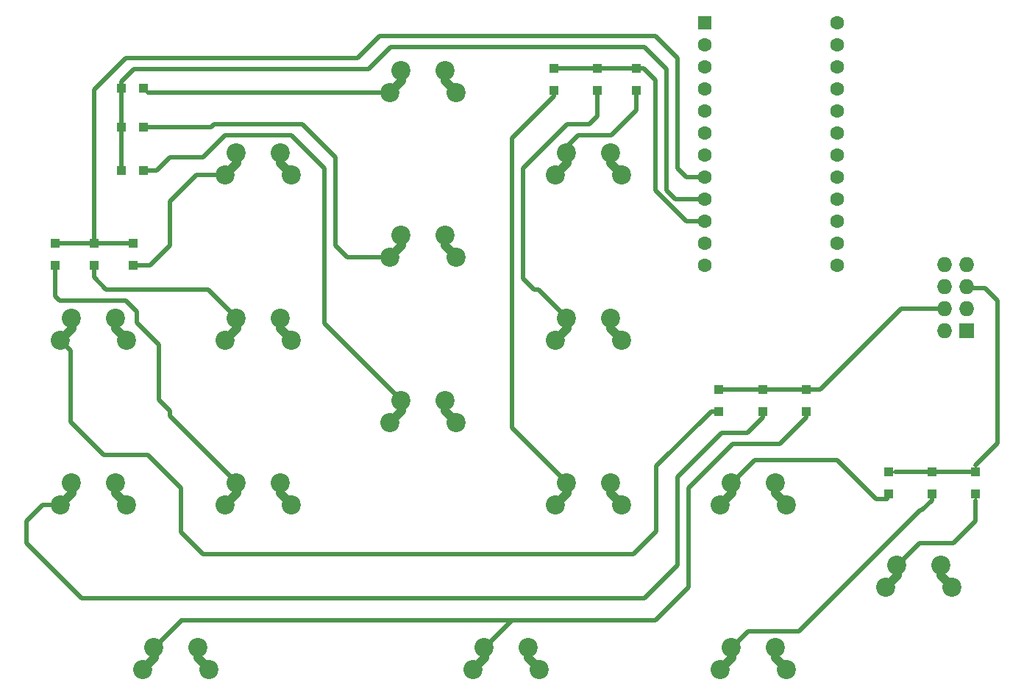
<source format=gbr>
G04 #@! TF.GenerationSoftware,KiCad,Pcbnew,(5.0.0)*
G04 #@! TF.CreationDate,2018-08-07T19:49:38+02:00*
G04 #@! TF.ProjectId,Palantype,50616C616E747970652E6B696361645F,rev?*
G04 #@! TF.SameCoordinates,Original*
G04 #@! TF.FileFunction,Copper,L2,Bot,Signal*
G04 #@! TF.FilePolarity,Positive*
%FSLAX46Y46*%
G04 Gerber Fmt 4.6, Leading zero omitted, Abs format (unit mm)*
G04 Created by KiCad (PCBNEW (5.0.0)) date 08/07/18 19:49:38*
%MOMM*%
%LPD*%
G01*
G04 APERTURE LIST*
G04 #@! TA.AperFunction,ComponentPad*
%ADD10C,2.200000*%
G04 #@! TD*
G04 #@! TA.AperFunction,SMDPad,CuDef*
%ADD11R,1.000000X1.000000*%
G04 #@! TD*
G04 #@! TA.AperFunction,ComponentPad*
%ADD12O,1.727200X1.727200*%
G04 #@! TD*
G04 #@! TA.AperFunction,ComponentPad*
%ADD13R,1.727200X1.727200*%
G04 #@! TD*
G04 #@! TA.AperFunction,ComponentPad*
%ADD14R,1.600000X1.600000*%
G04 #@! TD*
G04 #@! TA.AperFunction,ComponentPad*
%ADD15C,1.600000*%
G04 #@! TD*
G04 #@! TA.AperFunction,Conductor*
%ADD16C,0.500000*%
G04 #@! TD*
G04 #@! TA.AperFunction,Conductor*
%ADD17C,1.000000*%
G04 #@! TD*
G04 #@! TA.AperFunction,Conductor*
%ADD18C,0.250000*%
G04 #@! TD*
G04 APERTURE END LIST*
D10*
G04 #@! TO.P,SW24,1*
G04 #@! TO.N,Net-(D25-Pad2)*
X131920000Y-101000000D03*
G04 #@! TO.P,SW24,2*
G04 #@! TO.N,/Row_3*
X138270000Y-103540000D03*
G04 #@! TD*
D11*
G04 #@! TO.P,D2,2*
G04 #@! TO.N,Net-(D2-Pad2)*
X63058271Y-75938257D03*
G04 #@! TO.P,D2,1*
G04 #@! TO.N,/Column_2*
X63058271Y-73438257D03*
G04 #@! TD*
G04 #@! TO.P,D4,1*
G04 #@! TO.N,/Column_2*
X58558271Y-73438257D03*
G04 #@! TO.P,D4,2*
G04 #@! TO.N,Net-(D4-Pad2)*
X58558271Y-75938257D03*
G04 #@! TD*
G04 #@! TO.P,D6,2*
G04 #@! TO.N,Net-(D6-Pad2)*
X54058271Y-75938257D03*
G04 #@! TO.P,D6,1*
G04 #@! TO.N,/Column_2*
X54058271Y-73438257D03*
G04 #@! TD*
G04 #@! TO.P,D7,1*
G04 #@! TO.N,/Column_3*
X61750000Y-55500000D03*
G04 #@! TO.P,D7,2*
G04 #@! TO.N,Net-(D7-Pad2)*
X64250000Y-55500000D03*
G04 #@! TD*
G04 #@! TO.P,D9,2*
G04 #@! TO.N,Net-(D9-Pad2)*
X64250000Y-60000000D03*
G04 #@! TO.P,D9,1*
G04 #@! TO.N,/Column_3*
X61750000Y-60000000D03*
G04 #@! TD*
G04 #@! TO.P,D11,1*
G04 #@! TO.N,/Column_3*
X61750000Y-65000000D03*
G04 #@! TO.P,D11,2*
G04 #@! TO.N,Net-(D11-Pad2)*
X64250000Y-65000000D03*
G04 #@! TD*
G04 #@! TO.P,D13,2*
G04 #@! TO.N,Net-(D13-Pad2)*
X121000000Y-55750000D03*
G04 #@! TO.P,D13,1*
G04 #@! TO.N,/Column_4*
X121000000Y-53250000D03*
G04 #@! TD*
G04 #@! TO.P,D15,1*
G04 #@! TO.N,/Column_4*
X116500000Y-53250000D03*
G04 #@! TO.P,D15,2*
G04 #@! TO.N,Net-(D15-Pad2)*
X116500000Y-55750000D03*
G04 #@! TD*
G04 #@! TO.P,D17,1*
G04 #@! TO.N,/Column_4*
X111500000Y-53250000D03*
G04 #@! TO.P,D17,2*
G04 #@! TO.N,Net-(D17-Pad2)*
X111500000Y-55750000D03*
G04 #@! TD*
G04 #@! TO.P,D22,2*
G04 #@! TO.N,Net-(D22-Pad2)*
X135500000Y-92750000D03*
G04 #@! TO.P,D22,1*
G04 #@! TO.N,/Column_1*
X135500000Y-90250000D03*
G04 #@! TD*
G04 #@! TO.P,D24,1*
G04 #@! TO.N,/Column_1*
X140500000Y-90250000D03*
G04 #@! TO.P,D24,2*
G04 #@! TO.N,Net-(D24-Pad2)*
X140500000Y-92750000D03*
G04 #@! TD*
G04 #@! TO.P,D25,2*
G04 #@! TO.N,Net-(D25-Pad2)*
X150000000Y-102250000D03*
G04 #@! TO.P,D25,1*
G04 #@! TO.N,/Column_5*
X150000000Y-99750000D03*
G04 #@! TD*
G04 #@! TO.P,D27,1*
G04 #@! TO.N,/Column_5*
X155000000Y-99750000D03*
G04 #@! TO.P,D27,2*
G04 #@! TO.N,Net-(D27-Pad2)*
X155000000Y-102250000D03*
G04 #@! TD*
G04 #@! TO.P,D29,2*
G04 #@! TO.N,Net-(D29-Pad2)*
X160000000Y-102250000D03*
G04 #@! TO.P,D29,1*
G04 #@! TO.N,/Column_5*
X160000000Y-99750000D03*
G04 #@! TD*
D12*
G04 #@! TO.P,J1,8*
G04 #@! TO.N,/Row_4*
X156460000Y-75880000D03*
G04 #@! TO.P,J1,7*
G04 #@! TO.N,/Row_5*
X159000000Y-75880000D03*
G04 #@! TO.P,J1,6*
G04 #@! TO.N,/Row_6*
X156460000Y-78420000D03*
G04 #@! TO.P,J1,5*
G04 #@! TO.N,/Column_5*
X159000000Y-78420000D03*
G04 #@! TO.P,J1,4*
G04 #@! TO.N,/Column_1*
X156460000Y-80960000D03*
G04 #@! TO.P,J1,3*
G04 #@! TO.N,/Column_4*
X159000000Y-80960000D03*
G04 #@! TO.P,J1,2*
G04 #@! TO.N,/Column_3*
X156460000Y-83500000D03*
D13*
G04 #@! TO.P,J1,1*
G04 #@! TO.N,/Column_2*
X159000000Y-83500000D03*
G04 #@! TD*
D10*
G04 #@! TO.P,SW1,2*
G04 #@! TO.N,Net-(D7-Pad2)*
X92650000Y-56040000D03*
G04 #@! TO.P,SW1,1*
G04 #@! TO.N,/Row_3*
X99000000Y-53500000D03*
G04 #@! TD*
G04 #@! TO.P,SW2,1*
G04 #@! TO.N,Net-(D7-Pad2)*
X93920000Y-53500000D03*
G04 #@! TO.P,SW2,2*
G04 #@! TO.N,/Row_3*
X100270000Y-56040000D03*
G04 #@! TD*
G04 #@! TO.P,SW3,1*
G04 #@! TO.N,/Row_3*
X80000000Y-63000000D03*
G04 #@! TO.P,SW3,2*
G04 #@! TO.N,Net-(D2-Pad2)*
X73650000Y-65540000D03*
G04 #@! TD*
G04 #@! TO.P,SW4,2*
G04 #@! TO.N,Net-(D13-Pad2)*
X111650000Y-65540000D03*
G04 #@! TO.P,SW4,1*
G04 #@! TO.N,/Row_3*
X118000000Y-63000000D03*
G04 #@! TD*
G04 #@! TO.P,SW5,2*
G04 #@! TO.N,/Row_3*
X81270000Y-65540000D03*
G04 #@! TO.P,SW5,1*
G04 #@! TO.N,Net-(D2-Pad2)*
X74920000Y-63000000D03*
G04 #@! TD*
G04 #@! TO.P,SW6,1*
G04 #@! TO.N,Net-(D13-Pad2)*
X112920000Y-63000000D03*
G04 #@! TO.P,SW6,2*
G04 #@! TO.N,/Row_3*
X119270000Y-65540000D03*
G04 #@! TD*
G04 #@! TO.P,SW7,1*
G04 #@! TO.N,/Row_2*
X99000000Y-72500000D03*
G04 #@! TO.P,SW7,2*
G04 #@! TO.N,Net-(D9-Pad2)*
X92650000Y-75040000D03*
G04 #@! TD*
G04 #@! TO.P,SW8,2*
G04 #@! TO.N,/Row_2*
X100270000Y-75040000D03*
G04 #@! TO.P,SW8,1*
G04 #@! TO.N,Net-(D9-Pad2)*
X93920000Y-72500000D03*
G04 #@! TD*
G04 #@! TO.P,SW9,2*
G04 #@! TO.N,Net-(D20-Pad2)*
X54650000Y-84540000D03*
G04 #@! TO.P,SW9,1*
G04 #@! TO.N,/Row_3*
X61000000Y-82000000D03*
G04 #@! TD*
G04 #@! TO.P,SW10,2*
G04 #@! TO.N,Net-(D4-Pad2)*
X73650000Y-84540000D03*
G04 #@! TO.P,SW10,1*
G04 #@! TO.N,/Row_2*
X80000000Y-82000000D03*
G04 #@! TD*
G04 #@! TO.P,SW11,2*
G04 #@! TO.N,Net-(D15-Pad2)*
X111650000Y-84540000D03*
G04 #@! TO.P,SW11,1*
G04 #@! TO.N,/Row_2*
X118000000Y-82000000D03*
G04 #@! TD*
G04 #@! TO.P,SW12,2*
G04 #@! TO.N,/Row_3*
X62270000Y-84540000D03*
G04 #@! TO.P,SW12,1*
G04 #@! TO.N,Net-(D20-Pad2)*
X55920000Y-82000000D03*
G04 #@! TD*
G04 #@! TO.P,SW13,1*
G04 #@! TO.N,Net-(D4-Pad2)*
X74920000Y-82000000D03*
G04 #@! TO.P,SW13,2*
G04 #@! TO.N,/Row_2*
X81270000Y-84540000D03*
G04 #@! TD*
G04 #@! TO.P,SW14,2*
G04 #@! TO.N,/Row_2*
X119270000Y-84540000D03*
G04 #@! TO.P,SW14,1*
G04 #@! TO.N,Net-(D15-Pad2)*
X112920000Y-82000000D03*
G04 #@! TD*
G04 #@! TO.P,SW15,1*
G04 #@! TO.N,/Row_1*
X99000000Y-91500000D03*
G04 #@! TO.P,SW15,2*
G04 #@! TO.N,Net-(D11-Pad2)*
X92650000Y-94040000D03*
G04 #@! TD*
G04 #@! TO.P,SW16,1*
G04 #@! TO.N,Net-(D11-Pad2)*
X93920000Y-91500000D03*
G04 #@! TO.P,SW16,2*
G04 #@! TO.N,/Row_1*
X100270000Y-94040000D03*
G04 #@! TD*
G04 #@! TO.P,SW17,1*
G04 #@! TO.N,/Row_2*
X61000000Y-101000000D03*
G04 #@! TO.P,SW17,2*
G04 #@! TO.N,Net-(D22-Pad2)*
X54650000Y-103540000D03*
G04 #@! TD*
G04 #@! TO.P,SW18,1*
G04 #@! TO.N,/Row_1*
X80000000Y-101000000D03*
G04 #@! TO.P,SW18,2*
G04 #@! TO.N,Net-(D6-Pad2)*
X73650000Y-103540000D03*
G04 #@! TD*
G04 #@! TO.P,SW19,1*
G04 #@! TO.N,Net-(D22-Pad2)*
X55920000Y-101000000D03*
G04 #@! TO.P,SW19,2*
G04 #@! TO.N,/Row_2*
X62270000Y-103540000D03*
G04 #@! TD*
G04 #@! TO.P,SW20,2*
G04 #@! TO.N,/Row_1*
X81270000Y-103540000D03*
G04 #@! TO.P,SW20,1*
G04 #@! TO.N,Net-(D6-Pad2)*
X74920000Y-101000000D03*
G04 #@! TD*
G04 #@! TO.P,SW21,2*
G04 #@! TO.N,Net-(D17-Pad2)*
X111650000Y-103540000D03*
G04 #@! TO.P,SW21,1*
G04 #@! TO.N,/Row_1*
X118000000Y-101000000D03*
G04 #@! TD*
G04 #@! TO.P,SW22,1*
G04 #@! TO.N,/Row_3*
X137000000Y-101000000D03*
G04 #@! TO.P,SW22,2*
G04 #@! TO.N,Net-(D25-Pad2)*
X130650000Y-103540000D03*
G04 #@! TD*
G04 #@! TO.P,SW23,2*
G04 #@! TO.N,/Row_1*
X119270000Y-103540000D03*
G04 #@! TO.P,SW23,1*
G04 #@! TO.N,Net-(D17-Pad2)*
X112920000Y-101000000D03*
G04 #@! TD*
G04 #@! TO.P,SW25,1*
G04 #@! TO.N,/Row_2*
X156000000Y-110500000D03*
G04 #@! TO.P,SW25,2*
G04 #@! TO.N,Net-(D29-Pad2)*
X149650000Y-113040000D03*
G04 #@! TD*
G04 #@! TO.P,SW26,2*
G04 #@! TO.N,/Row_2*
X157270000Y-113040000D03*
G04 #@! TO.P,SW26,1*
G04 #@! TO.N,Net-(D29-Pad2)*
X150920000Y-110500000D03*
G04 #@! TD*
G04 #@! TO.P,SW27,1*
G04 #@! TO.N,/Row_1*
X70500000Y-120000000D03*
G04 #@! TO.P,SW27,2*
G04 #@! TO.N,Net-(D24-Pad2)*
X64150000Y-122540000D03*
G04 #@! TD*
G04 #@! TO.P,SW28,2*
G04 #@! TO.N,Net-(D24-Pad2)*
X102150000Y-122540000D03*
G04 #@! TO.P,SW28,1*
G04 #@! TO.N,/Row_1*
X108500000Y-120000000D03*
G04 #@! TD*
G04 #@! TO.P,SW29,2*
G04 #@! TO.N,Net-(D27-Pad2)*
X130650000Y-122540000D03*
G04 #@! TO.P,SW29,1*
G04 #@! TO.N,/Row_1*
X137000000Y-120000000D03*
G04 #@! TD*
G04 #@! TO.P,SW30,1*
G04 #@! TO.N,Net-(D24-Pad2)*
X65420000Y-120000000D03*
G04 #@! TO.P,SW30,2*
G04 #@! TO.N,/Row_1*
X71770000Y-122540000D03*
G04 #@! TD*
G04 #@! TO.P,SW31,2*
G04 #@! TO.N,/Row_1*
X109770000Y-122540000D03*
G04 #@! TO.P,SW31,1*
G04 #@! TO.N,Net-(D24-Pad2)*
X103420000Y-120000000D03*
G04 #@! TD*
G04 #@! TO.P,SW32,1*
G04 #@! TO.N,Net-(D27-Pad2)*
X131920000Y-120000000D03*
G04 #@! TO.P,SW32,2*
G04 #@! TO.N,/Row_1*
X138270000Y-122540000D03*
G04 #@! TD*
D14*
G04 #@! TO.P,U1,1*
G04 #@! TO.N,Net-(U1-Pad1)*
X128880000Y-48030000D03*
D15*
G04 #@! TO.P,U1,2*
G04 #@! TO.N,Net-(U1-Pad2)*
X128880000Y-50570000D03*
G04 #@! TO.P,U1,3*
G04 #@! TO.N,GND*
X128880000Y-53110000D03*
G04 #@! TO.P,U1,4*
X128880000Y-55650000D03*
G04 #@! TO.P,U1,5*
G04 #@! TO.N,/Row_1*
X128880000Y-58190000D03*
G04 #@! TO.P,U1,6*
G04 #@! TO.N,/Row_2*
X128880000Y-60730000D03*
G04 #@! TO.P,U1,7*
G04 #@! TO.N,/Row_3*
X128880000Y-63270000D03*
G04 #@! TO.P,U1,8*
G04 #@! TO.N,/Column_2*
X128880000Y-65810000D03*
G04 #@! TO.P,U1,9*
G04 #@! TO.N,/Column_3*
X128880000Y-68350000D03*
G04 #@! TO.P,U1,10*
G04 #@! TO.N,/Column_4*
X128880000Y-70890000D03*
G04 #@! TO.P,U1,11*
G04 #@! TO.N,/Column_1*
X128880000Y-73430000D03*
G04 #@! TO.P,U1,12*
G04 #@! TO.N,/Column_5*
X128880000Y-75970000D03*
G04 #@! TO.P,U1,13*
G04 #@! TO.N,Net-(U1-Pad13)*
X144120000Y-75970000D03*
G04 #@! TO.P,U1,14*
G04 #@! TO.N,/Row_6*
X144120000Y-73430000D03*
G04 #@! TO.P,U1,15*
G04 #@! TO.N,/Row_5*
X144120000Y-70890000D03*
G04 #@! TO.P,U1,16*
G04 #@! TO.N,/Row_4*
X144120000Y-68350000D03*
G04 #@! TO.P,U1,17*
G04 #@! TO.N,Net-(U1-Pad17)*
X144120000Y-65810000D03*
G04 #@! TO.P,U1,18*
G04 #@! TO.N,Net-(U1-Pad18)*
X144120000Y-63270000D03*
G04 #@! TO.P,U1,19*
G04 #@! TO.N,Net-(U1-Pad19)*
X144120000Y-60730000D03*
G04 #@! TO.P,U1,20*
G04 #@! TO.N,Net-(U1-Pad20)*
X144120000Y-58190000D03*
G04 #@! TO.P,U1,21*
G04 #@! TO.N,+5V*
X144120000Y-55650000D03*
G04 #@! TO.P,U1,22*
G04 #@! TO.N,Net-(U1-Pad22)*
X144120000Y-53110000D03*
G04 #@! TO.P,U1,23*
G04 #@! TO.N,GND*
X144120000Y-50570000D03*
G04 #@! TO.P,U1,24*
G04 #@! TO.N,Net-(U1-Pad24)*
X144120000Y-48030000D03*
G04 #@! TD*
D11*
G04 #@! TO.P,D20,1*
G04 #@! TO.N,/Column_1*
X130500000Y-90250000D03*
G04 #@! TO.P,D20,2*
G04 #@! TO.N,Net-(D20-Pad2)*
X130500000Y-92750000D03*
G04 #@! TD*
D16*
G04 #@! TO.N,/Column_2*
X54058271Y-73438257D02*
X63058271Y-73438257D01*
X58558271Y-73438257D02*
X58558271Y-55741729D01*
X58558271Y-55741729D02*
X62230000Y-52070000D01*
X62230000Y-52070000D02*
X88900000Y-52070000D01*
X88900000Y-52070000D02*
X91440000Y-49530000D01*
X91440000Y-49530000D02*
X105410000Y-49530000D01*
X123190000Y-49530000D02*
X121920000Y-49530000D01*
X105410000Y-49530000D02*
X121920000Y-49530000D01*
X128880000Y-65810000D02*
X126770000Y-65810000D01*
X126770000Y-65810000D02*
X125730000Y-64770000D01*
X121920000Y-49530000D02*
X122556410Y-49530000D01*
X125730000Y-64770000D02*
X125730000Y-52070000D01*
X125730000Y-52070000D02*
X123190000Y-49530000D01*
G04 #@! TO.N,/Column_3*
X61750000Y-65000000D02*
X61750000Y-55500000D01*
X124460000Y-53340000D02*
X124460000Y-67310000D01*
X61750000Y-55500000D02*
X61750000Y-54750000D01*
X63160000Y-53340000D02*
X90170000Y-53340000D01*
X90170000Y-53340000D02*
X92710000Y-50800000D01*
X61750000Y-54750000D02*
X63160000Y-53340000D01*
X92710000Y-50800000D02*
X121920000Y-50800000D01*
X121920000Y-50800000D02*
X124460000Y-53340000D01*
X128880000Y-68350000D02*
X125500000Y-68350000D01*
X125500000Y-68350000D02*
X124460000Y-67310000D01*
D17*
G04 #@! TO.N,Net-(D7-Pad2)*
X94000000Y-54690000D02*
X92650000Y-56040000D01*
X94000000Y-53500000D02*
X94000000Y-54690000D01*
D18*
X64790000Y-56040000D02*
X64250000Y-55500000D01*
D16*
X92650000Y-56040000D02*
X64790000Y-56040000D01*
D17*
G04 #@! TO.N,Net-(D11-Pad2)*
X94000000Y-92690000D02*
X92650000Y-94040000D01*
X94000000Y-91500000D02*
X94000000Y-92690000D01*
D16*
X65810000Y-65000000D02*
X64250000Y-65000000D01*
X85090000Y-82590000D02*
X85090000Y-64770000D01*
X94000000Y-91500000D02*
X85090000Y-82590000D01*
X85090000Y-64770000D02*
X81280000Y-60960000D01*
X81280000Y-60960000D02*
X73660000Y-60960000D01*
X73660000Y-60960000D02*
X71120000Y-63500000D01*
X67310000Y-63500000D02*
X65810000Y-65000000D01*
X71120000Y-63500000D02*
X67310000Y-63500000D01*
D17*
G04 #@! TO.N,Net-(D13-Pad2)*
X113000000Y-64190000D02*
X111650000Y-65540000D01*
X113000000Y-63000000D02*
X113000000Y-64190000D01*
D16*
X121000000Y-58070000D02*
X121000000Y-55750000D01*
X118110000Y-60960000D02*
X121000000Y-58070000D01*
X114300000Y-60960000D02*
X118110000Y-60960000D01*
D18*
X113000000Y-63000000D02*
X113000000Y-62260000D01*
D16*
X113000000Y-62260000D02*
X114300000Y-60960000D01*
G04 #@! TO.N,/Column_4*
X111500000Y-53250000D02*
X121000000Y-53250000D01*
X121750000Y-53250000D02*
X121000000Y-53250000D01*
X121830000Y-53250000D02*
X121750000Y-53250000D01*
X123190000Y-54610000D02*
X121830000Y-53250000D01*
X123190000Y-67310000D02*
X123190000Y-54610000D01*
X126770000Y-70890000D02*
X123190000Y-67310000D01*
X128880000Y-70890000D02*
X126770000Y-70890000D01*
D17*
G04 #@! TO.N,Net-(D15-Pad2)*
X113000000Y-83190000D02*
X111650000Y-84540000D01*
X113000000Y-82000000D02*
X113000000Y-83190000D01*
D16*
X109220000Y-78740000D02*
X109740000Y-78740000D01*
X116500000Y-55750000D02*
X116500000Y-58760000D01*
X115570000Y-59690000D02*
X113030000Y-59690000D01*
X109740000Y-78740000D02*
X113000000Y-82000000D01*
X116500000Y-58760000D02*
X115570000Y-59690000D01*
X113030000Y-59690000D02*
X107950000Y-64770000D01*
X107950000Y-64770000D02*
X107950000Y-77470000D01*
X107950000Y-77470000D02*
X109220000Y-78740000D01*
D17*
G04 #@! TO.N,Net-(D17-Pad2)*
X113000000Y-102190000D02*
X111650000Y-103540000D01*
X113000000Y-101000000D02*
X113000000Y-102190000D01*
D16*
X106680000Y-94680000D02*
X113000000Y-101000000D01*
X106680000Y-61320000D02*
X106680000Y-94680000D01*
X111500000Y-55750000D02*
X111500000Y-56500000D01*
X111500000Y-56500000D02*
X106680000Y-61320000D01*
G04 #@! TO.N,/Column_1*
X130500000Y-90250000D02*
X140500000Y-90250000D01*
X140500000Y-90250000D02*
X142160000Y-90250000D01*
X151450000Y-80960000D02*
X156460000Y-80960000D01*
X142160000Y-90250000D02*
X151450000Y-80960000D01*
D17*
G04 #@! TO.N,Net-(D25-Pad2)*
X132000000Y-102190000D02*
X130650000Y-103540000D01*
X132000000Y-101000000D02*
X132000000Y-102190000D01*
D16*
X132000000Y-101000000D02*
X134620000Y-98380000D01*
X134620000Y-98380000D02*
X144100000Y-98380000D01*
X144100000Y-98380000D02*
X148590000Y-102870000D01*
X148590000Y-102870000D02*
X149860000Y-102870000D01*
D18*
X149860000Y-102390000D02*
X150000000Y-102250000D01*
D16*
X149860000Y-102870000D02*
X149860000Y-102390000D01*
G04 #@! TO.N,/Column_5*
X150750000Y-99750000D02*
X160000000Y-99750000D01*
D18*
X150000000Y-99750000D02*
X150750000Y-99750000D01*
X160000000Y-99000000D02*
X160000000Y-99750000D01*
D16*
X162560000Y-96440000D02*
X160000000Y-99000000D01*
X162560000Y-80010000D02*
X162560000Y-96440000D01*
X159000000Y-78540000D02*
X161090000Y-78540000D01*
X161090000Y-78540000D02*
X162560000Y-80010000D01*
D17*
G04 #@! TO.N,Net-(D27-Pad2)*
X132000000Y-121190000D02*
X130650000Y-122540000D01*
X132000000Y-120000000D02*
X132000000Y-121190000D01*
D16*
X132000000Y-120000000D02*
X133890000Y-118110000D01*
X133890000Y-118110000D02*
X139700000Y-118110000D01*
X139700000Y-118110000D02*
X153670000Y-104140000D01*
X155000000Y-103000000D02*
X155000000Y-102250000D01*
X153860000Y-104140000D02*
X155000000Y-103000000D01*
X153670000Y-104140000D02*
X153860000Y-104140000D01*
D17*
G04 #@! TO.N,Net-(D29-Pad2)*
X151000000Y-111690000D02*
X149650000Y-113040000D01*
X151000000Y-110500000D02*
X151000000Y-111690000D01*
D16*
X151000000Y-110500000D02*
X153550000Y-107950000D01*
X153550000Y-107950000D02*
X157480000Y-107950000D01*
D18*
X160000000Y-103000000D02*
X160000000Y-102250000D01*
D16*
X160000000Y-105430000D02*
X160000000Y-103000000D01*
X157480000Y-107950000D02*
X160000000Y-105430000D01*
D17*
G04 #@! TO.N,/Row_1*
X80000000Y-102190000D02*
X81350000Y-103540000D01*
X80000000Y-101000000D02*
X80000000Y-102190000D01*
X99000000Y-92690000D02*
X100350000Y-94040000D01*
X99000000Y-91500000D02*
X99000000Y-92690000D01*
X70500000Y-121190000D02*
X71850000Y-122540000D01*
X70500000Y-120000000D02*
X70500000Y-121190000D01*
X118000000Y-102190000D02*
X119350000Y-103540000D01*
X118000000Y-101000000D02*
X118000000Y-102190000D01*
X108500000Y-121190000D02*
X109850000Y-122540000D01*
X108500000Y-120000000D02*
X108500000Y-121190000D01*
X137000000Y-121190000D02*
X138350000Y-122540000D01*
X137000000Y-120000000D02*
X137000000Y-121190000D01*
G04 #@! TO.N,/Row_2*
X99000000Y-73690000D02*
X100350000Y-75040000D01*
X99000000Y-72500000D02*
X99000000Y-73690000D01*
X118000000Y-83190000D02*
X119350000Y-84540000D01*
X118000000Y-82000000D02*
X118000000Y-83190000D01*
X80000000Y-83190000D02*
X81350000Y-84540000D01*
X80000000Y-82000000D02*
X80000000Y-83190000D01*
X61000000Y-102190000D02*
X62350000Y-103540000D01*
X61000000Y-101000000D02*
X61000000Y-102190000D01*
X156000000Y-111690000D02*
X157350000Y-113040000D01*
X156000000Y-110500000D02*
X156000000Y-111690000D01*
G04 #@! TO.N,/Row_3*
X80000000Y-64190000D02*
X81350000Y-65540000D01*
X80000000Y-63000000D02*
X80000000Y-64190000D01*
X99000000Y-54690000D02*
X100350000Y-56040000D01*
X99000000Y-53500000D02*
X99000000Y-54690000D01*
X118000000Y-64190000D02*
X119350000Y-65540000D01*
X118000000Y-63000000D02*
X118000000Y-64190000D01*
X61000000Y-83190000D02*
X62350000Y-84540000D01*
X61000000Y-82000000D02*
X61000000Y-83190000D01*
X137000000Y-102190000D02*
X138350000Y-103540000D01*
X137000000Y-101000000D02*
X137000000Y-102190000D01*
G04 #@! TO.N,Net-(D2-Pad2)*
X75000000Y-64190000D02*
X73650000Y-65540000D01*
X75000000Y-63000000D02*
X75000000Y-64190000D01*
D16*
X73650000Y-65540000D02*
X70350000Y-65540000D01*
X70350000Y-65540000D02*
X67310000Y-68580000D01*
X67310000Y-68580000D02*
X67310000Y-73660000D01*
X65031743Y-75938257D02*
X63058271Y-75938257D01*
X67310000Y-73660000D02*
X65031743Y-75938257D01*
D17*
G04 #@! TO.N,Net-(D4-Pad2)*
X75000000Y-83190000D02*
X73650000Y-84540000D01*
X75000000Y-82000000D02*
X75000000Y-83190000D01*
D16*
X71740000Y-78740000D02*
X75000000Y-82000000D01*
X59966542Y-78740000D02*
X71740000Y-78740000D01*
X58558271Y-75938257D02*
X58558271Y-77331729D01*
X58558271Y-77331729D02*
X59966542Y-78740000D01*
D17*
G04 #@! TO.N,Net-(D6-Pad2)*
X75000000Y-102190000D02*
X73650000Y-103540000D01*
X75000000Y-101000000D02*
X75000000Y-102190000D01*
D16*
X75000000Y-101000000D02*
X67310000Y-93310000D01*
X67310000Y-93310000D02*
X67310000Y-92710000D01*
X67310000Y-92710000D02*
X66040000Y-91440000D01*
X66040000Y-91440000D02*
X66040000Y-85090000D01*
X66040000Y-85090000D02*
X63500000Y-82550000D01*
X63500000Y-82550000D02*
X63500000Y-81280000D01*
X63500000Y-81280000D02*
X62230000Y-80010000D01*
X62230000Y-80010000D02*
X54610000Y-80010000D01*
X54058271Y-79458271D02*
X54058271Y-75938257D01*
X54610000Y-80010000D02*
X54058271Y-79458271D01*
D17*
G04 #@! TO.N,Net-(D9-Pad2)*
X94000000Y-73690000D02*
X92650000Y-75040000D01*
X94000000Y-72500000D02*
X94000000Y-73690000D01*
D16*
X92650000Y-75040000D02*
X87740000Y-75040000D01*
X87740000Y-75040000D02*
X86360000Y-73660000D01*
X86360000Y-73660000D02*
X86360000Y-63500000D01*
X86360000Y-63500000D02*
X82550000Y-59690000D01*
X82550000Y-59690000D02*
X72390000Y-59690000D01*
X72080000Y-60000000D02*
X64250000Y-60000000D01*
X72390000Y-59690000D02*
X72080000Y-60000000D01*
D17*
G04 #@! TO.N,Net-(D20-Pad2)*
X56000000Y-83190000D02*
X54650000Y-84540000D01*
X56000000Y-82000000D02*
X56000000Y-83190000D01*
D16*
X55880000Y-85770000D02*
X55880000Y-93980000D01*
X68580000Y-106680000D02*
X71120000Y-109220000D01*
X54650000Y-84540000D02*
X55880000Y-85770000D01*
X55880000Y-93980000D02*
X59690000Y-97790000D01*
X59690000Y-97790000D02*
X64770000Y-97790000D01*
X64770000Y-97790000D02*
X68580000Y-101600000D01*
X68580000Y-101600000D02*
X68580000Y-106680000D01*
X130500000Y-92750000D02*
X129580000Y-92750000D01*
X129580000Y-92750000D02*
X123270000Y-99060000D01*
X123270000Y-99060000D02*
X123270000Y-106600000D01*
X123270000Y-106600000D02*
X120650000Y-109220000D01*
X71120000Y-109220000D02*
X120650000Y-109220000D01*
D17*
G04 #@! TO.N,Net-(D22-Pad2)*
X56000000Y-102190000D02*
X54650000Y-103540000D01*
X56000000Y-101000000D02*
X56000000Y-102190000D01*
D16*
X135500000Y-93500000D02*
X133750000Y-95250000D01*
X135500000Y-92750000D02*
X135500000Y-93500000D01*
X133750000Y-95250000D02*
X130810000Y-95250000D01*
X130810000Y-95250000D02*
X125730000Y-100330000D01*
X125730000Y-100330000D02*
X125730000Y-109220000D01*
X57150000Y-114300000D02*
X120650000Y-114300000D01*
X50800000Y-107950000D02*
X57150000Y-114300000D01*
X50800000Y-105410000D02*
X50800000Y-107950000D01*
X54650000Y-103540000D02*
X52670000Y-103540000D01*
X52670000Y-103540000D02*
X50800000Y-105410000D01*
X125730000Y-109220000D02*
X125730000Y-110490000D01*
X125730000Y-110490000D02*
X121920000Y-114300000D01*
X121920000Y-114300000D02*
X120650000Y-114300000D01*
D17*
G04 #@! TO.N,Net-(D24-Pad2)*
X65500000Y-121190000D02*
X64150000Y-122540000D01*
X65500000Y-120000000D02*
X65500000Y-121190000D01*
X103500000Y-121190000D02*
X102150000Y-122540000D01*
X103500000Y-120000000D02*
X103500000Y-121190000D01*
D16*
X106660000Y-116840000D02*
X103500000Y-120000000D01*
X123190000Y-116840000D02*
X106660000Y-116840000D01*
X140500000Y-93500000D02*
X137480000Y-96520000D01*
X140500000Y-92750000D02*
X140500000Y-93500000D01*
X137480000Y-96520000D02*
X132080000Y-96520000D01*
X132080000Y-96520000D02*
X127000000Y-101600000D01*
X127000000Y-101600000D02*
X127000000Y-113030000D01*
X127000000Y-113030000D02*
X123190000Y-116840000D01*
X106660000Y-116840000D02*
X68580000Y-116840000D01*
X68580000Y-116920000D02*
X65500000Y-120000000D01*
D18*
X68580000Y-116840000D02*
X68580000Y-116920000D01*
G04 #@! TD*
M02*

</source>
